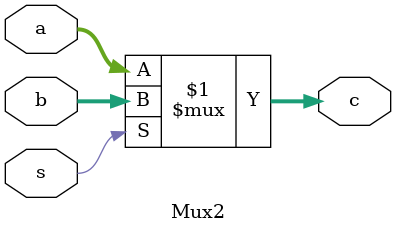
<source format=v>
`timescale 1ns / 1ps


module Mux2(
    input s,
    input [31:0] a,b,
    output[31:0] c
    );
    
    assign c = (s)? b : a;

endmodule

</source>
